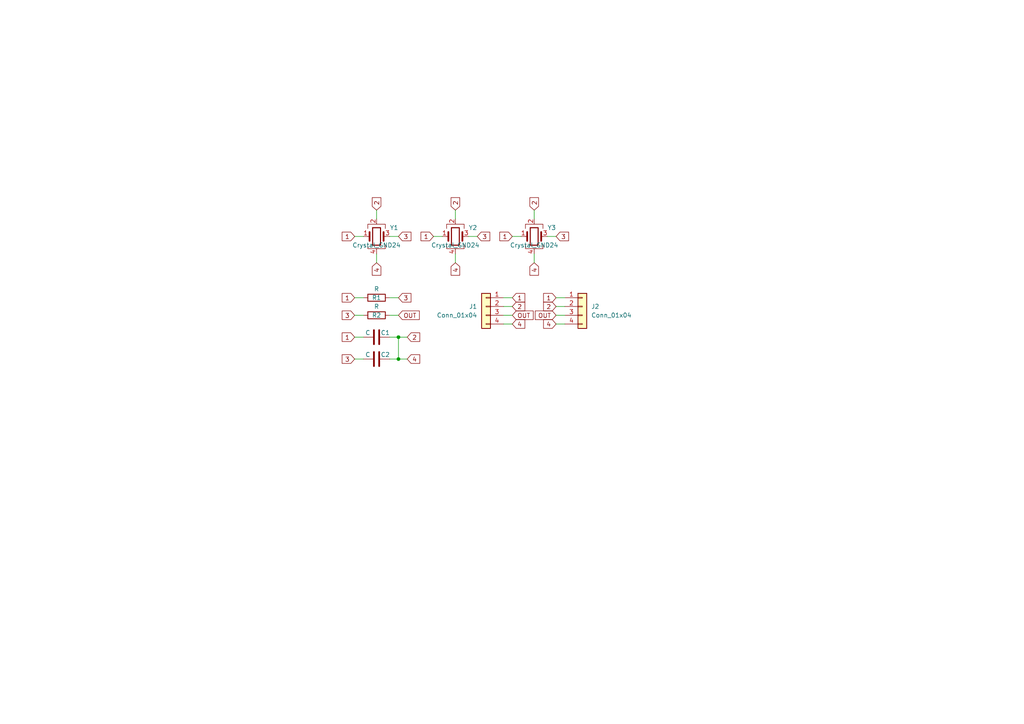
<source format=kicad_sch>
(kicad_sch (version 20230121) (generator eeschema)
  (paper "A4")
  (lib_symbols
    (symbol "Connector_Generic:Conn_01x04" (pin_names (offset 1.016) hide)
      (property "Reference" "J" (at 0 5.08 0))
      (property "Value" "Conn_01x04" (at 0 -7.62 0))
      (symbol "Conn_01x04_1_1"
        (rectangle (start -1.27 -4.953) (end 0 -5.207) (stroke (width 0.1524)))
        (rectangle (start -1.27 -2.413) (end 0 -2.667) (stroke (width 0.1524)))
        (rectangle (start -1.27 0.127) (end 0 -0.127) (stroke (width 0.1524)))
        (rectangle (start -1.27 2.667) (end 0 2.413) (stroke (width 0.1524)))
        (rectangle (start -1.27 3.81) (end 1.27 -6.35) (stroke (width 0.254)) (fill (type background)))
        (pin passive line (at -5.08 2.54 0) (length 3.81) (name "Pin_1") (number "1"))
        (pin passive line (at -5.08 0 0) (length 3.81) (name "Pin_2") (number "2"))
        (pin passive line (at -5.08 -2.54 0) (length 3.81) (name "Pin_3") (number "3"))
        (pin passive line (at -5.08 -5.08 0) (length 3.81) (name "Pin_4") (number "4"))
      )
    )
    (symbol "Device:C" (pin_numbers hide) (pin_names (offset 0.254))
      (property "Reference" "C" (at 0.635 2.54 0))
      (property "Value" "C" (at 0.635 -2.54 0))
      (symbol "C_0_1"
        (polyline (pts (xy -2.032 -0.762) (xy 2.032 -0.762)) (stroke (width 0.508)))
        (polyline (pts (xy -2.032 0.762) (xy 2.032 0.762)) (stroke (width 0.508)))
      )
      (symbol "C_1_1"
        (pin passive line (at 0 3.81 270) (length 2.794) (name "~") (number "1"))
        (pin passive line (at 0 -3.81 90) (length 2.794) (name "~") (number "2"))
      )
    )
    (symbol "Device:Crystal_GND24" (pin_names (offset 1.016) hide)
      (property "Reference" "Y" (at 3.175 5.08 0))
      (property "Value" "Crystal_GND24" (at 3.175 3.175 0))
      (symbol "Crystal_GND24_0_1"
        (rectangle (start -1.143 2.54) (end 1.143 -2.54) (stroke (width 0.3048)))
        (polyline (pts (xy -2.54 0) (xy -2.032 0)))
        (polyline (pts (xy -2.032 -1.27) (xy -2.032 1.27)) (stroke (width 0.508)))
        (polyline (pts (xy 0 -3.81) (xy 0 -3.556)))
        (polyline (pts (xy 0 3.556) (xy 0 3.81)))
        (polyline (pts (xy 2.032 -1.27) (xy 2.032 1.27)) (stroke (width 0.508)))
        (polyline (pts (xy 2.032 0) (xy 2.54 0)))
        (polyline (pts (xy -2.54 -2.286) (xy -2.54 -3.556) (xy 2.54 -3.556) (xy 2.54 -2.286)))
        (polyline (pts (xy -2.54 2.286) (xy -2.54 3.556) (xy 2.54 3.556) (xy 2.54 2.286)))
      )
      (symbol "Crystal_GND24_1_1"
        (pin passive line (at -3.81 0 0) (length 1.27) (name "1") (number "1"))
        (pin passive line (at 0 5.08 270) (length 1.27) (name "2") (number "2"))
        (pin passive line (at 3.81 0 180) (length 1.27) (name "3") (number "3"))
        (pin passive line (at 0 -5.08 90) (length 1.27) (name "4") (number "4"))
      )
    )
    (symbol "Device:R" (pin_numbers hide) (pin_names (offset 0))
      (property "Reference" "R" (at 2.032 0 90))
      (property "Value" "R" (at 0 0 90))
      (symbol "R_0_1"
        (rectangle (start -1.016 -2.54) (end 1.016 2.54) (stroke (width 0.254)))
      )
      (symbol "R_1_1"
        (pin passive line (at 0 3.81 270) (length 1.27) (name "~") (number "1"))
        (pin passive line (at 0 -3.81 90) (length 1.27) (name "~") (number "2"))
      )
    )
  )
  (junction (at 115.57 97.79))
  (junction (at 115.57 104.14))
  (wire (pts (xy 115.57 97.79) (xy 115.57 104.14)))
  (wire (pts (xy 154.94 60.96) (xy 154.94 63.5)))
  (wire (pts (xy 148.59 88.9) (xy 146.05 88.9)))
  (wire (pts (xy 148.59 91.44) (xy 146.05 91.44)))
  (wire (pts (xy 161.29 93.98) (xy 163.83 93.98)))
  (wire (pts (xy 109.22 76.2) (xy 109.22 73.66)))
  (wire (pts (xy 132.08 60.96) (xy 132.08 63.5)))
  (wire (pts (xy 148.59 93.98) (xy 146.05 93.98)))
  (wire (pts (xy 148.59 68.58) (xy 151.13 68.58)))
  (wire (pts (xy 102.87 104.14) (xy 105.41 104.14)))
  (wire (pts (xy 161.29 88.9) (xy 163.83 88.9)))
  (wire (pts (xy 115.57 68.58) (xy 113.03 68.58)))
  (wire (pts (xy 161.29 86.36) (xy 163.83 86.36)))
  (wire (pts (xy 125.73 68.58) (xy 128.27 68.58)))
  (wire (pts (xy 115.57 97.79) (xy 113.03 97.79)))
  (wire (pts (xy 102.87 97.79) (xy 105.41 97.79)))
  (wire (pts (xy 138.43 68.58) (xy 135.89 68.58)))
  (wire (pts (xy 118.11 97.79) (xy 115.57 97.79)))
  (wire (pts (xy 132.08 76.2) (xy 132.08 73.66)))
  (wire (pts (xy 102.87 86.36) (xy 105.41 86.36)))
  (wire (pts (xy 118.11 104.14) (xy 115.57 104.14)))
  (wire (pts (xy 115.57 104.14) (xy 113.03 104.14)))
  (wire (pts (xy 102.87 91.44) (xy 105.41 91.44)))
  (wire (pts (xy 161.29 91.44) (xy 163.83 91.44)))
  (wire (pts (xy 102.87 68.58) (xy 105.41 68.58)))
  (wire (pts (xy 109.22 60.96) (xy 109.22 63.5)))
  (wire (pts (xy 161.29 68.58) (xy 158.75 68.58)))
  (wire (pts (xy 115.57 86.36) (xy 113.03 86.36)))
  (wire (pts (xy 115.57 91.44) (xy 113.03 91.44)))
  (wire (pts (xy 154.94 76.2) (xy 154.94 73.66)))
  (wire (pts (xy 148.59 86.36) (xy 146.05 86.36)))
  (global_label "1" (shape input) (at 102.87 86.36 180) (property "Intersheetrefs" "${INTERSHEET_REFS}" (effects hide)))
  (global_label "2" (shape input) (at 161.29 88.9 180) (property "Intersheetrefs" "${INTERSHEET_REFS}" (effects hide)))
  (global_label "OUT" (shape input) (at 161.29 91.44 180) (property "Intersheetrefs" "${INTERSHEET_REFS}" (effects hide)))
  (global_label "2" (shape input) (at 148.59 88.9 0) (property "Intersheetrefs" "${INTERSHEET_REFS}" (effects hide)))
  (global_label "2" (shape input) (at 118.11 97.79 0) (property "Intersheetrefs" "${INTERSHEET_REFS}" (effects hide)))
  (global_label "2" (shape input) (at 154.94 60.96 90) (property "Intersheetrefs" "${INTERSHEET_REFS}" (effects hide)))
  (global_label "2" (shape input) (at 132.08 60.96 90) (property "Intersheetrefs" "${INTERSHEET_REFS}" (effects hide)))
  (global_label "1" (shape input) (at 148.59 68.58 180) (property "Intersheetrefs" "${INTERSHEET_REFS}" (effects hide)))
  (global_label "4" (shape input) (at 132.08 76.2 270) (property "Intersheetrefs" "${INTERSHEET_REFS}" (effects hide)))
  (global_label "4" (shape input) (at 161.29 93.98 180) (property "Intersheetrefs" "${INTERSHEET_REFS}" (effects hide)))
  (global_label "4" (shape input) (at 148.59 93.98 0) (property "Intersheetrefs" "${INTERSHEET_REFS}" (effects hide)))
  (global_label "3" (shape input) (at 138.43 68.58 0) (property "Intersheetrefs" "${INTERSHEET_REFS}" (effects hide)))
  (global_label "1" (shape input) (at 148.59 86.36 0) (property "Intersheetrefs" "${INTERSHEET_REFS}" (effects hide)))
  (global_label "4" (shape input) (at 109.22 76.2 270) (property "Intersheetrefs" "${INTERSHEET_REFS}" (effects hide)))
  (global_label "1" (shape input) (at 125.73 68.58 180) (property "Intersheetrefs" "${INTERSHEET_REFS}" (effects hide)))
  (global_label "3" (shape input) (at 102.87 91.44 180) (property "Intersheetrefs" "${INTERSHEET_REFS}" (effects hide)))
  (global_label "1" (shape input) (at 161.29 86.36 180) (property "Intersheetrefs" "${INTERSHEET_REFS}" (effects hide)))
  (global_label "1" (shape input) (at 102.87 97.79 180) (property "Intersheetrefs" "${INTERSHEET_REFS}" (effects hide)))
  (global_label "1" (shape input) (at 102.87 68.58 180) (property "Intersheetrefs" "${INTERSHEET_REFS}" (effects hide)))
  (global_label "3" (shape input) (at 115.57 86.36 0) (property "Intersheetrefs" "${INTERSHEET_REFS}" (effects hide)))
  (global_label "4" (shape input) (at 154.94 76.2 270) (property "Intersheetrefs" "${INTERSHEET_REFS}" (effects hide)))
  (global_label "OUT" (shape input) (at 148.59 91.44 0) (property "Intersheetrefs" "${INTERSHEET_REFS}" (effects hide)))
  (global_label "OUT" (shape input) (at 115.57 91.44 0) (property "Intersheetrefs" "${INTERSHEET_REFS}" (effects hide)))
  (global_label "3" (shape input) (at 161.29 68.58 0) (property "Intersheetrefs" "${INTERSHEET_REFS}" (effects hide)))
  (global_label "3" (shape input) (at 115.57 68.58 0) (property "Intersheetrefs" "${INTERSHEET_REFS}" (effects hide)))
  (global_label "4" (shape input) (at 118.11 104.14 0) (property "Intersheetrefs" "${INTERSHEET_REFS}" (effects hide)))
  (global_label "3" (shape input) (at 102.87 104.14 180) (property "Intersheetrefs" "${INTERSHEET_REFS}" (effects hide)))
  (global_label "2" (shape input) (at 109.22 60.96 90) (property "Intersheetrefs" "${INTERSHEET_REFS}" (effects hide)))
  (symbol (lib_id "Device:Crystal_GND24") (at 109.22 68.58 0) (unit 1)
    (property "Reference" "Y1" (at 114.3 66.04 0))
    (property "Value" "Crystal_GND24" (at 109.22 71.12 0))
    (property "Footprint" "Crystal:Crystal_SMD_7050-4Pin_7.0x5.0mm" (effects hide))
  )
  (symbol (lib_id "Connector_Generic:Conn_01x04") (at 140.97 88.9 0) (mirror y) (unit 1)
    (property "Reference" "J1" (at 138.43 88.9 0) (effects (justify left)))
    (property "Value" "Conn_01x04" (at 138.43 91.44 0) (effects (justify left)))
    (property "Footprint" "Connector_PinHeader_2.54mm:PinHeader_1x04_P2.54mm_Vertical" (effects hide))
  )
  (symbol (lib_id "Connector_Generic:Conn_01x04") (at 168.91 88.9 0) (unit 1)
    (property "Reference" "J2" (at 171.45 88.9 0) (effects (justify left)))
    (property "Value" "Conn_01x04" (at 171.45 91.44 0) (effects (justify left)))
    (property "Footprint" "Connector_PinHeader_2.54mm:PinHeader_1x04_P2.54mm_Vertical" (effects hide))
  )
  (symbol (lib_id "Device:Crystal_GND24") (at 154.94 68.58 0) (unit 1)
    (property "Reference" "Y3" (at 160.02 66.04 0))
    (property "Value" "Crystal_GND24" (at 154.94 71.12 0))
    (property "Footprint" "Crystal:Crystal_SMD_3225-4Pin_3.2x2.5mm" (effects hide))
  )
  (symbol (lib_id "Device:Crystal_GND24") (at 132.08 68.58 0) (unit 1)
    (property "Reference" "Y2" (at 137.16 66.04 0))
    (property "Value" "Crystal_GND24" (at 132.08 71.12 0))
    (property "Footprint" "Crystal:Crystal_SMD_5032-4Pin_5.0x3.2mm" (effects hide))
  )
  (symbol (lib_id "Device:C") (at 109.22 97.79 90) (unit 1)
    (property "Reference" "C1" (at 111.76 96.52 90))
    (property "Value" "C" (at 106.68 96.52 90))
    (property "Footprint" "Capacitor_SMD:C_0805_2012Metric_Pad1.18x1.45mm_HandSolder" (effects hide))
  )
  (symbol (lib_id "Device:C") (at 109.22 104.14 90) (unit 1)
    (property "Reference" "C2" (at 111.76 102.87 90))
    (property "Value" "C" (at 106.68 102.87 90))
    (property "Footprint" "Capacitor_SMD:C_0805_2012Metric_Pad1.18x1.45mm_HandSolder" (effects hide))
  )
  (symbol (lib_id "Device:R") (at 109.22 91.44 90) (unit 1)
    (property "Reference" "R2" (at 109.22 91.44 90))
    (property "Value" "R" (at 109.22 88.9 90))
    (property "Footprint" "Resistor_SMD:R_0805_2012Metric_Pad1.20x1.40mm_HandSolder" (effects hide))
  )
  (symbol (lib_id "Device:R") (at 109.22 86.36 90) (unit 1)
    (property "Reference" "R1" (at 109.22 86.36 90))
    (property "Value" "R" (at 109.22 83.82 90))
    (property "Footprint" "Resistor_SMD:R_0805_2012Metric_Pad1.20x1.40mm_HandSolder" (effects hide))
  )
)
</source>
